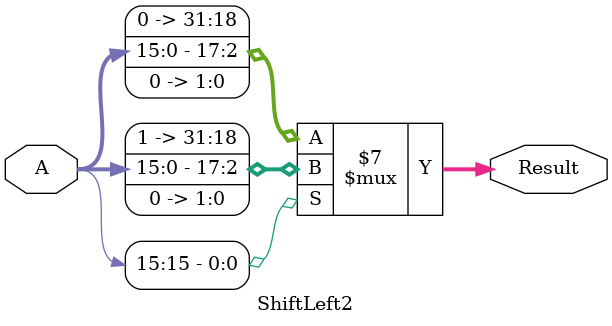
<source format=v>
`timescale 1ns / 1ps


module ShiftLeft2(A, Result);
input[15:0] A;
output reg [31:0] Result;

initial begin
Result <= 0;
end

always@(*) begin
if(A[15] == 1'b0) begin 
    Result <= {16'b0 , A} << 2; //Sign extend + multiply by 4
end
else begin
    Result <= {16'd65535 , A} << 2; //Sign extend + multiply by 4
end
end

endmodule

</source>
